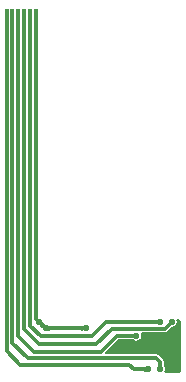
<source format=gbl>
%FSLAX25Y25*%
%MOIN*%
G70*
G01*
G75*
G04 Layer_Physical_Order=2*
G04 Layer_Color=16711680*
%ADD10R,0.01969X0.02362*%
%ADD11R,0.06693X0.03937*%
%ADD12R,0.00984X0.02165*%
%ADD13C,0.01200*%
%ADD14C,0.01000*%
%ADD15C,0.03000*%
%ADD16C,0.01400*%
%ADD17C,0.02200*%
%ADD18R,0.01378X0.07874*%
G36*
X-33508Y-2902D02*
X-34231Y-2832D01*
Y-1431D01*
X-33508Y-1362D01*
Y-2902D01*
D02*
G37*
G36*
X-1513Y1101D02*
X-1126Y843D01*
X-868Y456D01*
X-777Y0D01*
X-765D01*
X-765Y-0D01*
Y-15748D01*
X-777D01*
X-868Y-16204D01*
X-1126Y-16590D01*
X-1513Y-16849D01*
X-1969Y-16939D01*
X-1969Y-16952D01*
X-6211D01*
X-6478Y-16452D01*
X-6393Y-16324D01*
X-6269Y-15700D01*
X-6393Y-15076D01*
X-6677Y-14651D01*
Y-13200D01*
X-6770Y-12732D01*
X-7035Y-12335D01*
X-8222Y-11148D01*
X-8619Y-10883D01*
X-9087Y-10790D01*
X-26163D01*
X-26370Y-10290D01*
X-21835Y-5755D01*
X-16817D01*
X-16393Y-6039D01*
X-15768Y-6163D01*
X-15144Y-6039D01*
X-14615Y-5685D01*
X-14261Y-5156D01*
X-14137Y-4532D01*
X-14252Y-3955D01*
X-14229Y-3822D01*
X-14033Y-3455D01*
X-6331D01*
X-5863Y-3362D01*
X-5466Y-3097D01*
X-3876Y-1507D01*
X-3376Y-1407D01*
X-2847Y-1053D01*
X-2493Y-524D01*
X-2369Y100D01*
X-2489Y704D01*
X-2497Y793D01*
X-2352Y1020D01*
X-1969Y1191D01*
X-1513Y1101D01*
D02*
G37*
G36*
X-12586Y-16570D02*
X-13308Y-16500D01*
Y-15100D01*
X-12586Y-15030D01*
Y-16570D01*
D02*
G37*
G36*
X-8512Y-738D02*
X-9215Y-700D01*
X-9382Y700D01*
X-8652Y795D01*
X-8512Y-738D01*
D02*
G37*
G36*
X-46661Y-464D02*
X-46163Y-840D01*
X-47116Y-2049D01*
X-47505Y-1628D01*
X-48044Y-1199D01*
X-47001Y-66D01*
X-46661Y-464D01*
D02*
G37*
G36*
X-44383Y-1431D02*
X-44730Y-2832D01*
X-45390Y-2832D01*
X-45110Y-1317D01*
X-44383Y-1431D01*
D02*
G37*
D16*
X-16500Y-15800D02*
X-11800D01*
X-18132Y-14168D02*
X-16500Y-15800D01*
X-54468Y-14168D02*
X-18132D01*
X-52024Y-12013D02*
X-9087D01*
X-7900Y-15700D02*
Y-13200D01*
X-9087Y-12013D02*
X-7900Y-13200D01*
X-59055Y-9582D02*
X-54468Y-14168D01*
X-6331Y-2231D02*
X-4000Y100D01*
X-24042Y-2231D02*
X-6331D01*
X-25791Y0D02*
X-7900D01*
X-22342Y-4532D02*
X-15768D01*
X-27641Y-9831D02*
X-22342Y-4532D01*
X-30604Y-4813D02*
X-25791Y0D01*
X-59055Y-9582D02*
Y100335D01*
X-29242Y-7431D02*
X-24042Y-2231D01*
X-57087Y-6950D02*
Y100335D01*
Y-6950D02*
X-52024Y-12013D01*
X-55118Y-4619D02*
Y100335D01*
Y-4619D02*
X-49906Y-9831D01*
X-27641D01*
X-53150Y-2387D02*
Y100335D01*
Y-2387D02*
X-48105Y-7431D01*
X-29242D01*
X-51181Y-1156D02*
Y100335D01*
Y-1156D02*
X-47524Y-4813D01*
X-30604D01*
X-49213Y1076D02*
Y100335D01*
Y1076D02*
X-46005Y-2131D01*
X-32723D01*
D17*
X-46023Y-1932D02*
D03*
X-48100Y-100D02*
D03*
X-1900Y-7800D02*
D03*
X-7900Y-15700D02*
D03*
X-11800Y-15800D02*
D03*
X-15768Y-4532D02*
D03*
X-7800Y100D02*
D03*
X-4000D02*
D03*
X-32723Y-2131D02*
D03*
D18*
X-59055Y100335D02*
D03*
X-57087D02*
D03*
X-55118D02*
D03*
X-53150D02*
D03*
X-51181D02*
D03*
X-49213D02*
D03*
M02*

</source>
